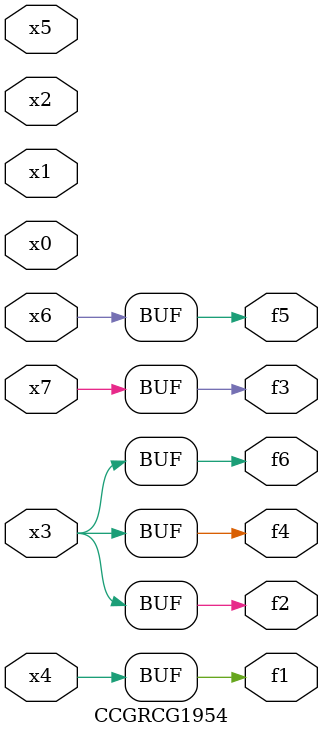
<source format=v>
module CCGRCG1954(
	input x0, x1, x2, x3, x4, x5, x6, x7,
	output f1, f2, f3, f4, f5, f6
);
	assign f1 = x4;
	assign f2 = x3;
	assign f3 = x7;
	assign f4 = x3;
	assign f5 = x6;
	assign f6 = x3;
endmodule

</source>
